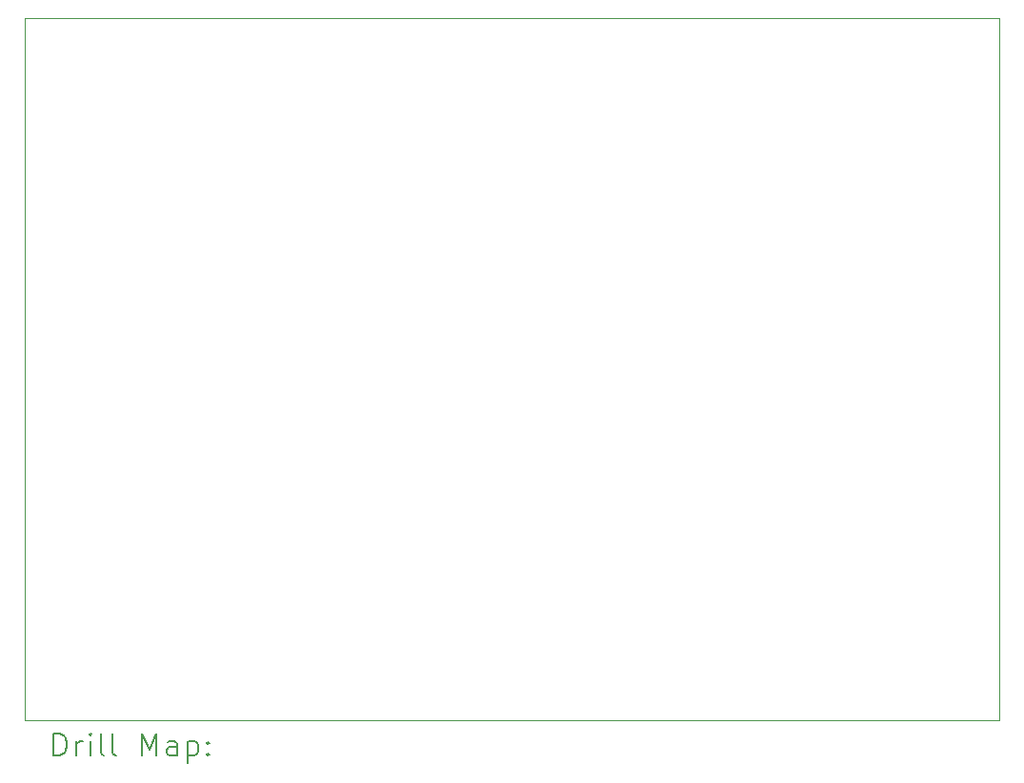
<source format=gbr>
%TF.GenerationSoftware,KiCad,Pcbnew,7.0.11+dfsg-1build4*%
%TF.CreationDate,2025-05-03T14:01:37-04:00*%
%TF.ProjectId,Peripherals Board,50657269-7068-4657-9261-6c7320426f61,rev?*%
%TF.SameCoordinates,Original*%
%TF.FileFunction,Drillmap*%
%TF.FilePolarity,Positive*%
%FSLAX45Y45*%
G04 Gerber Fmt 4.5, Leading zero omitted, Abs format (unit mm)*
G04 Created by KiCad (PCBNEW 7.0.11+dfsg-1build4) date 2025-05-03 14:01:37*
%MOMM*%
%LPD*%
G01*
G04 APERTURE LIST*
%ADD10C,0.050000*%
%ADD11C,0.200000*%
G04 APERTURE END LIST*
D10*
X18313400Y-12979400D02*
X9652000Y-12979400D01*
X9652000Y-6731000D02*
X18313400Y-6731000D01*
X9652000Y-12979400D02*
X9652000Y-6731000D01*
X18313400Y-6731000D02*
X18313400Y-12979400D01*
D11*
X9910277Y-13293384D02*
X9910277Y-13093384D01*
X9910277Y-13093384D02*
X9957896Y-13093384D01*
X9957896Y-13093384D02*
X9986467Y-13102908D01*
X9986467Y-13102908D02*
X10005515Y-13121955D01*
X10005515Y-13121955D02*
X10015039Y-13141003D01*
X10015039Y-13141003D02*
X10024563Y-13179098D01*
X10024563Y-13179098D02*
X10024563Y-13207669D01*
X10024563Y-13207669D02*
X10015039Y-13245765D01*
X10015039Y-13245765D02*
X10005515Y-13264812D01*
X10005515Y-13264812D02*
X9986467Y-13283860D01*
X9986467Y-13283860D02*
X9957896Y-13293384D01*
X9957896Y-13293384D02*
X9910277Y-13293384D01*
X10110277Y-13293384D02*
X10110277Y-13160050D01*
X10110277Y-13198146D02*
X10119801Y-13179098D01*
X10119801Y-13179098D02*
X10129324Y-13169574D01*
X10129324Y-13169574D02*
X10148372Y-13160050D01*
X10148372Y-13160050D02*
X10167420Y-13160050D01*
X10234086Y-13293384D02*
X10234086Y-13160050D01*
X10234086Y-13093384D02*
X10224563Y-13102908D01*
X10224563Y-13102908D02*
X10234086Y-13112431D01*
X10234086Y-13112431D02*
X10243610Y-13102908D01*
X10243610Y-13102908D02*
X10234086Y-13093384D01*
X10234086Y-13093384D02*
X10234086Y-13112431D01*
X10357896Y-13293384D02*
X10338848Y-13283860D01*
X10338848Y-13283860D02*
X10329324Y-13264812D01*
X10329324Y-13264812D02*
X10329324Y-13093384D01*
X10462658Y-13293384D02*
X10443610Y-13283860D01*
X10443610Y-13283860D02*
X10434086Y-13264812D01*
X10434086Y-13264812D02*
X10434086Y-13093384D01*
X10691229Y-13293384D02*
X10691229Y-13093384D01*
X10691229Y-13093384D02*
X10757896Y-13236241D01*
X10757896Y-13236241D02*
X10824563Y-13093384D01*
X10824563Y-13093384D02*
X10824563Y-13293384D01*
X11005515Y-13293384D02*
X11005515Y-13188622D01*
X11005515Y-13188622D02*
X10995991Y-13169574D01*
X10995991Y-13169574D02*
X10976944Y-13160050D01*
X10976944Y-13160050D02*
X10938848Y-13160050D01*
X10938848Y-13160050D02*
X10919801Y-13169574D01*
X11005515Y-13283860D02*
X10986467Y-13293384D01*
X10986467Y-13293384D02*
X10938848Y-13293384D01*
X10938848Y-13293384D02*
X10919801Y-13283860D01*
X10919801Y-13283860D02*
X10910277Y-13264812D01*
X10910277Y-13264812D02*
X10910277Y-13245765D01*
X10910277Y-13245765D02*
X10919801Y-13226717D01*
X10919801Y-13226717D02*
X10938848Y-13217193D01*
X10938848Y-13217193D02*
X10986467Y-13217193D01*
X10986467Y-13217193D02*
X11005515Y-13207669D01*
X11100753Y-13160050D02*
X11100753Y-13360050D01*
X11100753Y-13169574D02*
X11119801Y-13160050D01*
X11119801Y-13160050D02*
X11157896Y-13160050D01*
X11157896Y-13160050D02*
X11176944Y-13169574D01*
X11176944Y-13169574D02*
X11186467Y-13179098D01*
X11186467Y-13179098D02*
X11195991Y-13198146D01*
X11195991Y-13198146D02*
X11195991Y-13255288D01*
X11195991Y-13255288D02*
X11186467Y-13274336D01*
X11186467Y-13274336D02*
X11176944Y-13283860D01*
X11176944Y-13283860D02*
X11157896Y-13293384D01*
X11157896Y-13293384D02*
X11119801Y-13293384D01*
X11119801Y-13293384D02*
X11100753Y-13283860D01*
X11281705Y-13274336D02*
X11291229Y-13283860D01*
X11291229Y-13283860D02*
X11281705Y-13293384D01*
X11281705Y-13293384D02*
X11272182Y-13283860D01*
X11272182Y-13283860D02*
X11281705Y-13274336D01*
X11281705Y-13274336D02*
X11281705Y-13293384D01*
X11281705Y-13169574D02*
X11291229Y-13179098D01*
X11291229Y-13179098D02*
X11281705Y-13188622D01*
X11281705Y-13188622D02*
X11272182Y-13179098D01*
X11272182Y-13179098D02*
X11281705Y-13169574D01*
X11281705Y-13169574D02*
X11281705Y-13188622D01*
M02*

</source>
